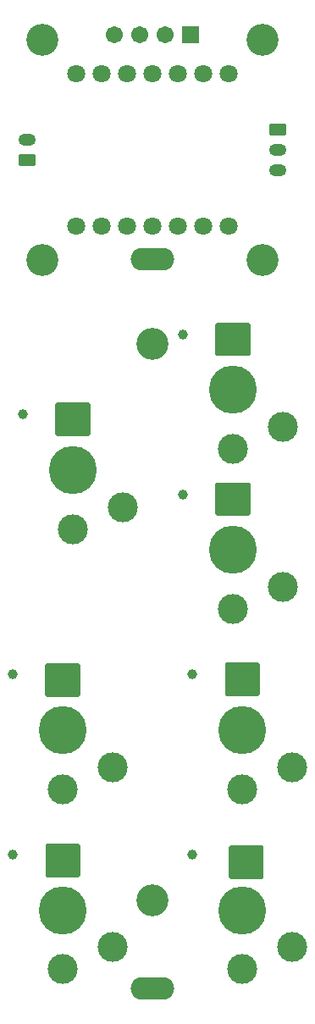
<source format=gbr>
%TF.GenerationSoftware,KiCad,Pcbnew,8.0.7*%
%TF.CreationDate,2025-04-08T15:01:58+09:00*%
%TF.ProjectId,Choc2,43686f63-322e-46b6-9963-61645f706362,rev?*%
%TF.SameCoordinates,Original*%
%TF.FileFunction,Soldermask,Bot*%
%TF.FilePolarity,Negative*%
%FSLAX46Y46*%
G04 Gerber Fmt 4.6, Leading zero omitted, Abs format (unit mm)*
G04 Created by KiCad (PCBNEW 8.0.7) date 2025-04-08 15:01:58*
%MOMM*%
%LPD*%
G01*
G04 APERTURE LIST*
G04 Aperture macros list*
%AMRoundRect*
0 Rectangle with rounded corners*
0 $1 Rounding radius*
0 $2 $3 $4 $5 $6 $7 $8 $9 X,Y pos of 4 corners*
0 Add a 4 corners polygon primitive as box body*
4,1,4,$2,$3,$4,$5,$6,$7,$8,$9,$2,$3,0*
0 Add four circle primitives for the rounded corners*
1,1,$1+$1,$2,$3*
1,1,$1+$1,$4,$5*
1,1,$1+$1,$6,$7*
1,1,$1+$1,$8,$9*
0 Add four rect primitives between the rounded corners*
20,1,$1+$1,$2,$3,$4,$5,0*
20,1,$1+$1,$4,$5,$6,$7,0*
20,1,$1+$1,$6,$7,$8,$9,0*
20,1,$1+$1,$8,$9,$2,$3,0*%
G04 Aperture macros list end*
%ADD10C,3.200000*%
%ADD11O,4.344000X2.274000*%
%ADD12O,0.300000X3.300000*%
%ADD13O,0.500000X3.300000*%
%ADD14O,1.500000X3.300000*%
%ADD15O,3.500000X0.300000*%
%ADD16C,1.800000*%
%ADD17C,1.000000*%
%ADD18C,4.800000*%
%ADD19C,3.000000*%
%ADD20RoundRect,0.250000X-0.625000X0.350000X-0.625000X-0.350000X0.625000X-0.350000X0.625000X0.350000X0*%
%ADD21O,1.750000X1.200000*%
%ADD22RoundRect,0.250000X0.625000X-0.350000X0.625000X0.350000X-0.625000X0.350000X-0.625000X-0.350000X0*%
%ADD23RoundRect,0.102000X0.754000X0.754000X-0.754000X0.754000X-0.754000X-0.754000X0.754000X-0.754000X0*%
%ADD24C,1.712000*%
%ADD25C,3.204000*%
G04 APERTURE END LIST*
D10*
%TO.C,BT1*%
X70000000Y-83395000D03*
X70000000Y-139010000D03*
D11*
X70000000Y-74900000D03*
X70000000Y-147800000D03*
%TD*%
D12*
%TO.C,LED7*%
X77750000Y-135200000D03*
D13*
X78025000Y-135200000D03*
D14*
X78650000Y-135200000D03*
D15*
X79350000Y-133700000D03*
X79350000Y-136700000D03*
D14*
X79600000Y-135200000D03*
X80025000Y-135200000D03*
D13*
X80675000Y-135200000D03*
D12*
X80950000Y-135200000D03*
%TD*%
%TO.C,LED6*%
X59450000Y-135050000D03*
D13*
X59725000Y-135050000D03*
D14*
X60350000Y-135050000D03*
D15*
X61050000Y-133550000D03*
X61050000Y-136550000D03*
D14*
X61300000Y-135050000D03*
X61725000Y-135050000D03*
D13*
X62375000Y-135050000D03*
D12*
X62650000Y-135050000D03*
%TD*%
%TO.C,LED1*%
X60400000Y-90925000D03*
D13*
X60675000Y-90925000D03*
D14*
X61300000Y-90925000D03*
D15*
X62000000Y-89425000D03*
X62000000Y-92425000D03*
D14*
X62250000Y-90925000D03*
X62675000Y-90925000D03*
D13*
X63325000Y-90925000D03*
D12*
X63600000Y-90925000D03*
%TD*%
D16*
%TO.C,U1*%
X77620000Y-71620000D03*
X75080000Y-71620000D03*
X72540000Y-71620000D03*
X70000000Y-71620000D03*
X67460000Y-71620000D03*
X64920000Y-71620000D03*
X62380000Y-71620000D03*
X62380000Y-56380000D03*
X64920000Y-56380000D03*
X67460000Y-56380000D03*
X70000000Y-56380000D03*
X72540000Y-56380000D03*
X75080000Y-56380000D03*
X77620000Y-56380000D03*
%TD*%
D17*
%TO.C,SW1*%
X57000000Y-90450000D03*
D18*
X62000000Y-96000000D03*
D19*
X62000000Y-101900000D03*
X67000000Y-99700000D03*
%TD*%
D17*
%TO.C,SW2*%
X73000000Y-82450000D03*
D18*
X78000000Y-88000000D03*
D19*
X78000000Y-93900000D03*
X83000000Y-91700000D03*
%TD*%
D17*
%TO.C,SW6*%
X56000000Y-134450000D03*
D18*
X61000000Y-140000000D03*
D19*
X61000000Y-145900000D03*
X66000000Y-143700000D03*
%TD*%
D12*
%TO.C,LED5*%
X77400000Y-116925000D03*
D13*
X77675000Y-116925000D03*
D14*
X78300000Y-116925000D03*
D15*
X79000000Y-115425000D03*
X79000000Y-118425000D03*
D14*
X79250000Y-116925000D03*
X79675000Y-116925000D03*
D13*
X80325000Y-116925000D03*
D12*
X80600000Y-116925000D03*
%TD*%
D17*
%TO.C,SW7*%
X74000000Y-134450000D03*
D18*
X79000000Y-140000000D03*
D19*
X79000000Y-145900000D03*
X84000000Y-143700000D03*
%TD*%
D17*
%TO.C,SW5*%
X74000000Y-116450000D03*
D18*
X79000000Y-122000000D03*
D19*
X79000000Y-127900000D03*
X84000000Y-125700000D03*
%TD*%
D12*
%TO.C,LED2*%
X76400000Y-82925000D03*
D13*
X76675000Y-82925000D03*
D14*
X77300000Y-82925000D03*
D15*
X78000000Y-81425000D03*
X78000000Y-84425000D03*
D14*
X78250000Y-82925000D03*
X78675000Y-82925000D03*
D13*
X79325000Y-82925000D03*
D12*
X79600000Y-82925000D03*
%TD*%
%TO.C,LED4*%
X59400000Y-117000000D03*
D13*
X59675000Y-117000000D03*
D14*
X60300000Y-117000000D03*
D15*
X61000000Y-115500000D03*
X61000000Y-118500000D03*
D14*
X61250000Y-117000000D03*
X61675000Y-117000000D03*
D13*
X62325000Y-117000000D03*
D12*
X62600000Y-117000000D03*
%TD*%
D17*
%TO.C,SW3*%
X73000000Y-98450000D03*
D18*
X78000000Y-104000000D03*
D19*
X78000000Y-109900000D03*
X83000000Y-107700000D03*
%TD*%
D12*
%TO.C,LED3*%
X76400000Y-98925000D03*
D13*
X76675000Y-98925000D03*
D14*
X77300000Y-98925000D03*
D15*
X78000000Y-97425000D03*
X78000000Y-100425000D03*
D14*
X78250000Y-98925000D03*
X78675000Y-98925000D03*
D13*
X79325000Y-98925000D03*
D12*
X79600000Y-98925000D03*
%TD*%
D17*
%TO.C,SW4*%
X56000000Y-116450000D03*
D18*
X61000000Y-122000000D03*
D19*
X61000000Y-127900000D03*
X66000000Y-125700000D03*
%TD*%
D20*
%TO.C,J4*%
X82550000Y-62000000D03*
D21*
X82550000Y-64000000D03*
X82550000Y-66000000D03*
%TD*%
D22*
%TO.C,J1*%
X57450000Y-65000000D03*
D21*
X57450000Y-63000000D03*
%TD*%
D23*
%TO.C,OL1*%
X73810000Y-52500000D03*
D24*
X71270000Y-52500000D03*
X68730000Y-52500000D03*
X66190000Y-52500000D03*
D25*
X81000000Y-53000000D03*
X59000000Y-53000000D03*
X59000000Y-75000000D03*
X81000000Y-75000000D03*
%TD*%
M02*

</source>
